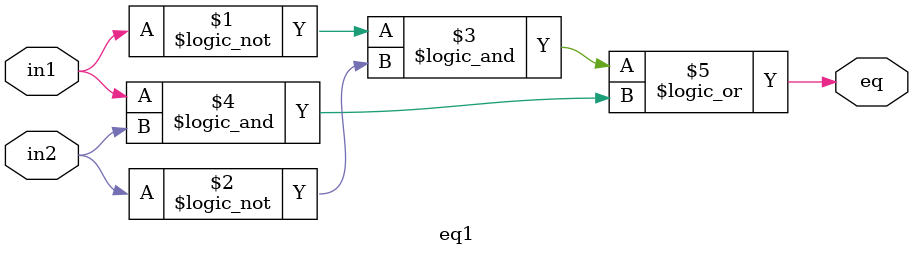
<source format=v>
module eq1(in1, in2, eq);
	input in1, in2;
	output eq;

	assign eq = (!in1 && !in2) || (in1 && in2);
endmodule
</source>
